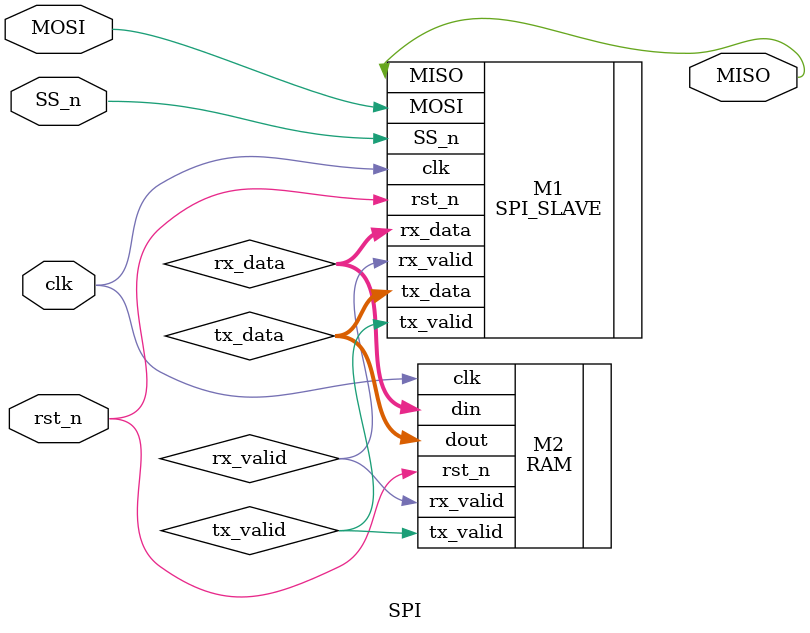
<source format=v>
module SPI (
    input MOSI ,
    input clk ,
    input rst_n , 
    input SS_n ,
    output MISO 
);
wire tx_valid , rx_valid ;
wire [7:0] tx_data ;
wire [9:0] rx_data ;
SPI_SLAVE M1 (.MOSI(MOSI),.SS_n(SS_n),.clk(clk),.rst_n(rst_n),.MISO(MISO),.tx_valid(tx_valid),.tx_data(tx_data),.rx_valid(rx_valid),.rx_data(rx_data));
RAM M2 (.clk(clk),.rst_n(rst_n),.din(rx_data),.rx_valid(rx_valid),.tx_valid(tx_valid),.dout(tx_data));

endmodule
</source>
